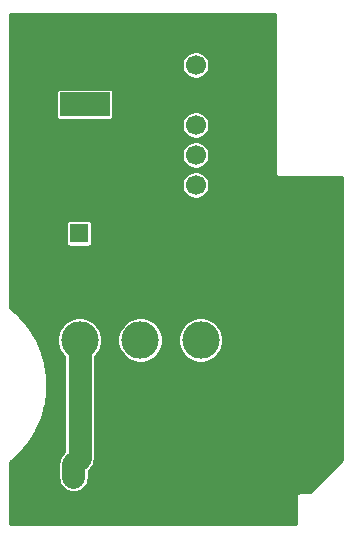
<source format=gbl>
G04 #@! TF.GenerationSoftware,KiCad,Pcbnew,5.1.6*
G04 #@! TF.CreationDate,2020-09-08T19:35:49+02:00*
G04 #@! TF.ProjectId,a500_pwr,61353030-5f70-4777-922e-6b696361645f,rev?*
G04 #@! TF.SameCoordinates,Original*
G04 #@! TF.FileFunction,Copper,L2,Bot*
G04 #@! TF.FilePolarity,Positive*
%FSLAX46Y46*%
G04 Gerber Fmt 4.6, Leading zero omitted, Abs format (unit mm)*
G04 Created by KiCad (PCBNEW 5.1.6) date 2020-09-08 19:35:49*
%MOMM*%
%LPD*%
G01*
G04 APERTURE LIST*
G04 #@! TA.AperFunction,ComponentPad*
%ADD10R,2.000000X4.200000*%
G04 #@! TD*
G04 #@! TA.AperFunction,ComponentPad*
%ADD11R,4.200000X2.000000*%
G04 #@! TD*
G04 #@! TA.AperFunction,ComponentPad*
%ADD12C,1.700000*%
G04 #@! TD*
G04 #@! TA.AperFunction,ComponentPad*
%ADD13C,1.600000*%
G04 #@! TD*
G04 #@! TA.AperFunction,ComponentPad*
%ADD14R,1.600000X1.600000*%
G04 #@! TD*
G04 #@! TA.AperFunction,ComponentPad*
%ADD15R,2.286000X2.286000*%
G04 #@! TD*
G04 #@! TA.AperFunction,ComponentPad*
%ADD16C,3.175000*%
G04 #@! TD*
G04 #@! TA.AperFunction,ViaPad*
%ADD17C,0.800000*%
G04 #@! TD*
G04 #@! TA.AperFunction,ViaPad*
%ADD18C,1.200000*%
G04 #@! TD*
G04 #@! TA.AperFunction,Conductor*
%ADD19C,1.905000*%
G04 #@! TD*
G04 #@! TA.AperFunction,Conductor*
%ADD20C,0.254000*%
G04 #@! TD*
G04 APERTURE END LIST*
D10*
X57500000Y-113592600D03*
D11*
X62200000Y-116592600D03*
X62200000Y-110592600D03*
D12*
X71600000Y-123420000D03*
X71600000Y-120880000D03*
X71600000Y-118340000D03*
X71600000Y-113260000D03*
D13*
X58222000Y-127508000D03*
D14*
X61722000Y-127508000D03*
D15*
X69037000Y-112141000D03*
X66548000Y-112141000D03*
X64059000Y-112141000D03*
D16*
X77164000Y-136550400D03*
X72034000Y-136550400D03*
X66904000Y-136550400D03*
X61774000Y-136550400D03*
D17*
X81559400Y-129133600D03*
X83337400Y-129133600D03*
X68910200Y-144322800D03*
X68910200Y-146608800D03*
X71196200Y-146591866D03*
X71196200Y-144288933D03*
X71196200Y-141986000D03*
X71196200Y-148894800D03*
D18*
X58267600Y-148818600D03*
D17*
X76682600Y-115570000D03*
X76682600Y-112014000D03*
X73202800Y-115570000D03*
X76682600Y-113792000D03*
X66598800Y-118618000D03*
X57505600Y-118719600D03*
X57505600Y-110490000D03*
X83489800Y-131318000D03*
X77724000Y-121564400D03*
X65125600Y-129082800D03*
X65125600Y-127000000D03*
X65125600Y-124917200D03*
D18*
X61264800Y-147066000D03*
X61264800Y-148361400D03*
D19*
X61774000Y-136550400D02*
X61774000Y-146556800D01*
X61774000Y-146556800D02*
X61264800Y-147066000D01*
X61264800Y-147066000D02*
X61264800Y-148158200D01*
D20*
G36*
X78308600Y-122413054D02*
G01*
X78307128Y-122428000D01*
X78313005Y-122487673D01*
X78330411Y-122545052D01*
X78358677Y-122597933D01*
X78396716Y-122644284D01*
X78443067Y-122682323D01*
X78495948Y-122710589D01*
X78553327Y-122727995D01*
X78613000Y-122733872D01*
X78627946Y-122732400D01*
X84023600Y-122732400D01*
X84023601Y-146685913D01*
X81255515Y-149454000D01*
X80380546Y-149454000D01*
X80365600Y-149452528D01*
X80350654Y-149454000D01*
X80305927Y-149458405D01*
X80248548Y-149475811D01*
X80195667Y-149504077D01*
X80149316Y-149542116D01*
X80111277Y-149588467D01*
X80083011Y-149641348D01*
X80065605Y-149698727D01*
X80059728Y-149758400D01*
X80061201Y-149773356D01*
X80061200Y-152095600D01*
X55879600Y-152095600D01*
X55879600Y-146860548D01*
X55881743Y-146858989D01*
X55888961Y-146852718D01*
X56726642Y-146101550D01*
X56738277Y-146089530D01*
X56750284Y-146077880D01*
X56756547Y-146070654D01*
X57480030Y-145208949D01*
X57489853Y-145195412D01*
X57500101Y-145182185D01*
X57505283Y-145174149D01*
X58100133Y-144219101D01*
X58107953Y-144204310D01*
X58116233Y-144189775D01*
X58120231Y-144181089D01*
X58574579Y-143151753D01*
X58580237Y-143136007D01*
X58586386Y-143120452D01*
X58589120Y-143111289D01*
X58893901Y-142028204D01*
X58897285Y-142011816D01*
X58901179Y-141995552D01*
X58902595Y-141986096D01*
X59051728Y-140870873D01*
X59052768Y-140854187D01*
X59054334Y-140837520D01*
X59054403Y-140827958D01*
X59044911Y-139702848D01*
X59043589Y-139686173D01*
X59042791Y-139669461D01*
X59041513Y-139659985D01*
X58873586Y-138547436D01*
X58869929Y-138531124D01*
X58866783Y-138514680D01*
X58864181Y-138505479D01*
X58541171Y-137427691D01*
X58535242Y-137412029D01*
X58529820Y-137396222D01*
X58525949Y-137387478D01*
X58054300Y-136365955D01*
X58052034Y-136361838D01*
X59859500Y-136361838D01*
X59859500Y-136738962D01*
X59933074Y-137108839D01*
X60077393Y-137457256D01*
X60286911Y-137770822D01*
X60494500Y-137978411D01*
X60494501Y-146026813D01*
X60404498Y-146116816D01*
X60355680Y-146156880D01*
X60315618Y-146205696D01*
X60315616Y-146205698D01*
X60220051Y-146322145D01*
X60195788Y-146351710D01*
X60076977Y-146573989D01*
X60003814Y-146815175D01*
X59985300Y-147003152D01*
X59985300Y-147003162D01*
X59979111Y-147066000D01*
X59985300Y-147128838D01*
X59985300Y-148221049D01*
X60003814Y-148409026D01*
X60076977Y-148650212D01*
X60195788Y-148872491D01*
X60355681Y-149067320D01*
X60550510Y-149227212D01*
X60772789Y-149346023D01*
X61013975Y-149419186D01*
X61264800Y-149443890D01*
X61515626Y-149419186D01*
X61756812Y-149346023D01*
X61979091Y-149227212D01*
X62173920Y-149067320D01*
X62333812Y-148872491D01*
X62452623Y-148650212D01*
X62525786Y-148409026D01*
X62544300Y-148221049D01*
X62544300Y-147595985D01*
X62634298Y-147505987D01*
X62683120Y-147465920D01*
X62843012Y-147271091D01*
X62937355Y-147094589D01*
X62961823Y-147048813D01*
X62982110Y-146981934D01*
X63034986Y-146807626D01*
X63053500Y-146619649D01*
X63053500Y-146619646D01*
X63059690Y-146556800D01*
X63053500Y-146493954D01*
X63053500Y-137978411D01*
X63261089Y-137770822D01*
X63470607Y-137457256D01*
X63614926Y-137108839D01*
X63688500Y-136738962D01*
X63688500Y-136361838D01*
X64989500Y-136361838D01*
X64989500Y-136738962D01*
X65063074Y-137108839D01*
X65207393Y-137457256D01*
X65416911Y-137770822D01*
X65683578Y-138037489D01*
X65997144Y-138247007D01*
X66345561Y-138391326D01*
X66715438Y-138464900D01*
X67092562Y-138464900D01*
X67462439Y-138391326D01*
X67810856Y-138247007D01*
X68124422Y-138037489D01*
X68391089Y-137770822D01*
X68600607Y-137457256D01*
X68744926Y-137108839D01*
X68818500Y-136738962D01*
X68818500Y-136361838D01*
X70119500Y-136361838D01*
X70119500Y-136738962D01*
X70193074Y-137108839D01*
X70337393Y-137457256D01*
X70546911Y-137770822D01*
X70813578Y-138037489D01*
X71127144Y-138247007D01*
X71475561Y-138391326D01*
X71845438Y-138464900D01*
X72222562Y-138464900D01*
X72592439Y-138391326D01*
X72940856Y-138247007D01*
X73254422Y-138037489D01*
X73521089Y-137770822D01*
X73730607Y-137457256D01*
X73874926Y-137108839D01*
X73948500Y-136738962D01*
X73948500Y-136361838D01*
X73874926Y-135991961D01*
X73730607Y-135643544D01*
X73521089Y-135329978D01*
X73254422Y-135063311D01*
X72940856Y-134853793D01*
X72592439Y-134709474D01*
X72222562Y-134635900D01*
X71845438Y-134635900D01*
X71475561Y-134709474D01*
X71127144Y-134853793D01*
X70813578Y-135063311D01*
X70546911Y-135329978D01*
X70337393Y-135643544D01*
X70193074Y-135991961D01*
X70119500Y-136361838D01*
X68818500Y-136361838D01*
X68744926Y-135991961D01*
X68600607Y-135643544D01*
X68391089Y-135329978D01*
X68124422Y-135063311D01*
X67810856Y-134853793D01*
X67462439Y-134709474D01*
X67092562Y-134635900D01*
X66715438Y-134635900D01*
X66345561Y-134709474D01*
X65997144Y-134853793D01*
X65683578Y-135063311D01*
X65416911Y-135329978D01*
X65207393Y-135643544D01*
X65063074Y-135991961D01*
X64989500Y-136361838D01*
X63688500Y-136361838D01*
X63614926Y-135991961D01*
X63470607Y-135643544D01*
X63261089Y-135329978D01*
X62994422Y-135063311D01*
X62680856Y-134853793D01*
X62332439Y-134709474D01*
X61962562Y-134635900D01*
X61585438Y-134635900D01*
X61215561Y-134709474D01*
X60867144Y-134853793D01*
X60553578Y-135063311D01*
X60286911Y-135329978D01*
X60077393Y-135643544D01*
X59933074Y-135991961D01*
X59859500Y-136361838D01*
X58052034Y-136361838D01*
X58046228Y-136351293D01*
X58038628Y-136336399D01*
X58033563Y-136328288D01*
X57422684Y-135383412D01*
X57412639Y-135370049D01*
X57403005Y-135356358D01*
X57396848Y-135349042D01*
X56658930Y-134499666D01*
X56647092Y-134487843D01*
X56635635Y-134475656D01*
X56628508Y-134469280D01*
X55883258Y-133823345D01*
X55880974Y-126708000D01*
X60593418Y-126708000D01*
X60593418Y-128308000D01*
X60599732Y-128372103D01*
X60618430Y-128433743D01*
X60648794Y-128490550D01*
X60689657Y-128540343D01*
X60739450Y-128581206D01*
X60796257Y-128611570D01*
X60857897Y-128630268D01*
X60922000Y-128636582D01*
X62522000Y-128636582D01*
X62586103Y-128630268D01*
X62647743Y-128611570D01*
X62704550Y-128581206D01*
X62754343Y-128540343D01*
X62795206Y-128490550D01*
X62825570Y-128433743D01*
X62844268Y-128372103D01*
X62850582Y-128308000D01*
X62850582Y-126708000D01*
X62844268Y-126643897D01*
X62825570Y-126582257D01*
X62795206Y-126525450D01*
X62754343Y-126475657D01*
X62704550Y-126434794D01*
X62647743Y-126404430D01*
X62586103Y-126385732D01*
X62522000Y-126379418D01*
X60922000Y-126379418D01*
X60857897Y-126385732D01*
X60796257Y-126404430D01*
X60739450Y-126434794D01*
X60689657Y-126475657D01*
X60648794Y-126525450D01*
X60618430Y-126582257D01*
X60599732Y-126643897D01*
X60593418Y-126708000D01*
X55880974Y-126708000D01*
X55879882Y-123304076D01*
X70423000Y-123304076D01*
X70423000Y-123535924D01*
X70468231Y-123763318D01*
X70556956Y-123977519D01*
X70685764Y-124170294D01*
X70849706Y-124334236D01*
X71042481Y-124463044D01*
X71256682Y-124551769D01*
X71484076Y-124597000D01*
X71715924Y-124597000D01*
X71943318Y-124551769D01*
X72157519Y-124463044D01*
X72350294Y-124334236D01*
X72514236Y-124170294D01*
X72643044Y-123977519D01*
X72731769Y-123763318D01*
X72777000Y-123535924D01*
X72777000Y-123304076D01*
X72731769Y-123076682D01*
X72643044Y-122862481D01*
X72514236Y-122669706D01*
X72350294Y-122505764D01*
X72157519Y-122376956D01*
X71943318Y-122288231D01*
X71715924Y-122243000D01*
X71484076Y-122243000D01*
X71256682Y-122288231D01*
X71042481Y-122376956D01*
X70849706Y-122505764D01*
X70685764Y-122669706D01*
X70556956Y-122862481D01*
X70468231Y-123076682D01*
X70423000Y-123304076D01*
X55879882Y-123304076D01*
X55879600Y-122428000D01*
X55879600Y-120764076D01*
X70423000Y-120764076D01*
X70423000Y-120995924D01*
X70468231Y-121223318D01*
X70556956Y-121437519D01*
X70685764Y-121630294D01*
X70849706Y-121794236D01*
X71042481Y-121923044D01*
X71256682Y-122011769D01*
X71484076Y-122057000D01*
X71715924Y-122057000D01*
X71943318Y-122011769D01*
X72157519Y-121923044D01*
X72350294Y-121794236D01*
X72514236Y-121630294D01*
X72643044Y-121437519D01*
X72731769Y-121223318D01*
X72777000Y-120995924D01*
X72777000Y-120764076D01*
X72731769Y-120536682D01*
X72643044Y-120322481D01*
X72514236Y-120129706D01*
X72350294Y-119965764D01*
X72157519Y-119836956D01*
X71943318Y-119748231D01*
X71715924Y-119703000D01*
X71484076Y-119703000D01*
X71256682Y-119748231D01*
X71042481Y-119836956D01*
X70849706Y-119965764D01*
X70685764Y-120129706D01*
X70556956Y-120322481D01*
X70468231Y-120536682D01*
X70423000Y-120764076D01*
X55879600Y-120764076D01*
X55879600Y-118224076D01*
X70423000Y-118224076D01*
X70423000Y-118455924D01*
X70468231Y-118683318D01*
X70556956Y-118897519D01*
X70685764Y-119090294D01*
X70849706Y-119254236D01*
X71042481Y-119383044D01*
X71256682Y-119471769D01*
X71484076Y-119517000D01*
X71715924Y-119517000D01*
X71943318Y-119471769D01*
X72157519Y-119383044D01*
X72350294Y-119254236D01*
X72514236Y-119090294D01*
X72643044Y-118897519D01*
X72731769Y-118683318D01*
X72777000Y-118455924D01*
X72777000Y-118224076D01*
X72731769Y-117996682D01*
X72643044Y-117782481D01*
X72514236Y-117589706D01*
X72350294Y-117425764D01*
X72157519Y-117296956D01*
X71943318Y-117208231D01*
X71715924Y-117163000D01*
X71484076Y-117163000D01*
X71256682Y-117208231D01*
X71042481Y-117296956D01*
X70849706Y-117425764D01*
X70685764Y-117589706D01*
X70556956Y-117782481D01*
X70468231Y-117996682D01*
X70423000Y-118224076D01*
X55879600Y-118224076D01*
X55879600Y-115592600D01*
X59771418Y-115592600D01*
X59771418Y-117592600D01*
X59777732Y-117656703D01*
X59796430Y-117718343D01*
X59826794Y-117775150D01*
X59867657Y-117824943D01*
X59917450Y-117865806D01*
X59974257Y-117896170D01*
X60035897Y-117914868D01*
X60100000Y-117921182D01*
X64300000Y-117921182D01*
X64364103Y-117914868D01*
X64425743Y-117896170D01*
X64482550Y-117865806D01*
X64532343Y-117824943D01*
X64573206Y-117775150D01*
X64603570Y-117718343D01*
X64622268Y-117656703D01*
X64628582Y-117592600D01*
X64628582Y-115592600D01*
X64622268Y-115528497D01*
X64603570Y-115466857D01*
X64573206Y-115410050D01*
X64532343Y-115360257D01*
X64482550Y-115319394D01*
X64425743Y-115289030D01*
X64364103Y-115270332D01*
X64300000Y-115264018D01*
X60100000Y-115264018D01*
X60035897Y-115270332D01*
X59974257Y-115289030D01*
X59917450Y-115319394D01*
X59867657Y-115360257D01*
X59826794Y-115410050D01*
X59796430Y-115466857D01*
X59777732Y-115528497D01*
X59771418Y-115592600D01*
X55879600Y-115592600D01*
X55879600Y-113144076D01*
X70423000Y-113144076D01*
X70423000Y-113375924D01*
X70468231Y-113603318D01*
X70556956Y-113817519D01*
X70685764Y-114010294D01*
X70849706Y-114174236D01*
X71042481Y-114303044D01*
X71256682Y-114391769D01*
X71484076Y-114437000D01*
X71715924Y-114437000D01*
X71943318Y-114391769D01*
X72157519Y-114303044D01*
X72350294Y-114174236D01*
X72514236Y-114010294D01*
X72643044Y-113817519D01*
X72731769Y-113603318D01*
X72777000Y-113375924D01*
X72777000Y-113144076D01*
X72731769Y-112916682D01*
X72643044Y-112702481D01*
X72514236Y-112509706D01*
X72350294Y-112345764D01*
X72157519Y-112216956D01*
X71943318Y-112128231D01*
X71715924Y-112083000D01*
X71484076Y-112083000D01*
X71256682Y-112128231D01*
X71042481Y-112216956D01*
X70849706Y-112345764D01*
X70685764Y-112509706D01*
X70556956Y-112702481D01*
X70468231Y-112916682D01*
X70423000Y-113144076D01*
X55879600Y-113144076D01*
X55879600Y-108914800D01*
X78308601Y-108914800D01*
X78308600Y-122413054D01*
G37*
X78308600Y-122413054D02*
X78307128Y-122428000D01*
X78313005Y-122487673D01*
X78330411Y-122545052D01*
X78358677Y-122597933D01*
X78396716Y-122644284D01*
X78443067Y-122682323D01*
X78495948Y-122710589D01*
X78553327Y-122727995D01*
X78613000Y-122733872D01*
X78627946Y-122732400D01*
X84023600Y-122732400D01*
X84023601Y-146685913D01*
X81255515Y-149454000D01*
X80380546Y-149454000D01*
X80365600Y-149452528D01*
X80350654Y-149454000D01*
X80305927Y-149458405D01*
X80248548Y-149475811D01*
X80195667Y-149504077D01*
X80149316Y-149542116D01*
X80111277Y-149588467D01*
X80083011Y-149641348D01*
X80065605Y-149698727D01*
X80059728Y-149758400D01*
X80061201Y-149773356D01*
X80061200Y-152095600D01*
X55879600Y-152095600D01*
X55879600Y-146860548D01*
X55881743Y-146858989D01*
X55888961Y-146852718D01*
X56726642Y-146101550D01*
X56738277Y-146089530D01*
X56750284Y-146077880D01*
X56756547Y-146070654D01*
X57480030Y-145208949D01*
X57489853Y-145195412D01*
X57500101Y-145182185D01*
X57505283Y-145174149D01*
X58100133Y-144219101D01*
X58107953Y-144204310D01*
X58116233Y-144189775D01*
X58120231Y-144181089D01*
X58574579Y-143151753D01*
X58580237Y-143136007D01*
X58586386Y-143120452D01*
X58589120Y-143111289D01*
X58893901Y-142028204D01*
X58897285Y-142011816D01*
X58901179Y-141995552D01*
X58902595Y-141986096D01*
X59051728Y-140870873D01*
X59052768Y-140854187D01*
X59054334Y-140837520D01*
X59054403Y-140827958D01*
X59044911Y-139702848D01*
X59043589Y-139686173D01*
X59042791Y-139669461D01*
X59041513Y-139659985D01*
X58873586Y-138547436D01*
X58869929Y-138531124D01*
X58866783Y-138514680D01*
X58864181Y-138505479D01*
X58541171Y-137427691D01*
X58535242Y-137412029D01*
X58529820Y-137396222D01*
X58525949Y-137387478D01*
X58054300Y-136365955D01*
X58052034Y-136361838D01*
X59859500Y-136361838D01*
X59859500Y-136738962D01*
X59933074Y-137108839D01*
X60077393Y-137457256D01*
X60286911Y-137770822D01*
X60494500Y-137978411D01*
X60494501Y-146026813D01*
X60404498Y-146116816D01*
X60355680Y-146156880D01*
X60315618Y-146205696D01*
X60315616Y-146205698D01*
X60220051Y-146322145D01*
X60195788Y-146351710D01*
X60076977Y-146573989D01*
X60003814Y-146815175D01*
X59985300Y-147003152D01*
X59985300Y-147003162D01*
X59979111Y-147066000D01*
X59985300Y-147128838D01*
X59985300Y-148221049D01*
X60003814Y-148409026D01*
X60076977Y-148650212D01*
X60195788Y-148872491D01*
X60355681Y-149067320D01*
X60550510Y-149227212D01*
X60772789Y-149346023D01*
X61013975Y-149419186D01*
X61264800Y-149443890D01*
X61515626Y-149419186D01*
X61756812Y-149346023D01*
X61979091Y-149227212D01*
X62173920Y-149067320D01*
X62333812Y-148872491D01*
X62452623Y-148650212D01*
X62525786Y-148409026D01*
X62544300Y-148221049D01*
X62544300Y-147595985D01*
X62634298Y-147505987D01*
X62683120Y-147465920D01*
X62843012Y-147271091D01*
X62937355Y-147094589D01*
X62961823Y-147048813D01*
X62982110Y-146981934D01*
X63034986Y-146807626D01*
X63053500Y-146619649D01*
X63053500Y-146619646D01*
X63059690Y-146556800D01*
X63053500Y-146493954D01*
X63053500Y-137978411D01*
X63261089Y-137770822D01*
X63470607Y-137457256D01*
X63614926Y-137108839D01*
X63688500Y-136738962D01*
X63688500Y-136361838D01*
X64989500Y-136361838D01*
X64989500Y-136738962D01*
X65063074Y-137108839D01*
X65207393Y-137457256D01*
X65416911Y-137770822D01*
X65683578Y-138037489D01*
X65997144Y-138247007D01*
X66345561Y-138391326D01*
X66715438Y-138464900D01*
X67092562Y-138464900D01*
X67462439Y-138391326D01*
X67810856Y-138247007D01*
X68124422Y-138037489D01*
X68391089Y-137770822D01*
X68600607Y-137457256D01*
X68744926Y-137108839D01*
X68818500Y-136738962D01*
X68818500Y-136361838D01*
X70119500Y-136361838D01*
X70119500Y-136738962D01*
X70193074Y-137108839D01*
X70337393Y-137457256D01*
X70546911Y-137770822D01*
X70813578Y-138037489D01*
X71127144Y-138247007D01*
X71475561Y-138391326D01*
X71845438Y-138464900D01*
X72222562Y-138464900D01*
X72592439Y-138391326D01*
X72940856Y-138247007D01*
X73254422Y-138037489D01*
X73521089Y-137770822D01*
X73730607Y-137457256D01*
X73874926Y-137108839D01*
X73948500Y-136738962D01*
X73948500Y-136361838D01*
X73874926Y-135991961D01*
X73730607Y-135643544D01*
X73521089Y-135329978D01*
X73254422Y-135063311D01*
X72940856Y-134853793D01*
X72592439Y-134709474D01*
X72222562Y-134635900D01*
X71845438Y-134635900D01*
X71475561Y-134709474D01*
X71127144Y-134853793D01*
X70813578Y-135063311D01*
X70546911Y-135329978D01*
X70337393Y-135643544D01*
X70193074Y-135991961D01*
X70119500Y-136361838D01*
X68818500Y-136361838D01*
X68744926Y-135991961D01*
X68600607Y-135643544D01*
X68391089Y-135329978D01*
X68124422Y-135063311D01*
X67810856Y-134853793D01*
X67462439Y-134709474D01*
X67092562Y-134635900D01*
X66715438Y-134635900D01*
X66345561Y-134709474D01*
X65997144Y-134853793D01*
X65683578Y-135063311D01*
X65416911Y-135329978D01*
X65207393Y-135643544D01*
X65063074Y-135991961D01*
X64989500Y-136361838D01*
X63688500Y-136361838D01*
X63614926Y-135991961D01*
X63470607Y-135643544D01*
X63261089Y-135329978D01*
X62994422Y-135063311D01*
X62680856Y-134853793D01*
X62332439Y-134709474D01*
X61962562Y-134635900D01*
X61585438Y-134635900D01*
X61215561Y-134709474D01*
X60867144Y-134853793D01*
X60553578Y-135063311D01*
X60286911Y-135329978D01*
X60077393Y-135643544D01*
X59933074Y-135991961D01*
X59859500Y-136361838D01*
X58052034Y-136361838D01*
X58046228Y-136351293D01*
X58038628Y-136336399D01*
X58033563Y-136328288D01*
X57422684Y-135383412D01*
X57412639Y-135370049D01*
X57403005Y-135356358D01*
X57396848Y-135349042D01*
X56658930Y-134499666D01*
X56647092Y-134487843D01*
X56635635Y-134475656D01*
X56628508Y-134469280D01*
X55883258Y-133823345D01*
X55880974Y-126708000D01*
X60593418Y-126708000D01*
X60593418Y-128308000D01*
X60599732Y-128372103D01*
X60618430Y-128433743D01*
X60648794Y-128490550D01*
X60689657Y-128540343D01*
X60739450Y-128581206D01*
X60796257Y-128611570D01*
X60857897Y-128630268D01*
X60922000Y-128636582D01*
X62522000Y-128636582D01*
X62586103Y-128630268D01*
X62647743Y-128611570D01*
X62704550Y-128581206D01*
X62754343Y-128540343D01*
X62795206Y-128490550D01*
X62825570Y-128433743D01*
X62844268Y-128372103D01*
X62850582Y-128308000D01*
X62850582Y-126708000D01*
X62844268Y-126643897D01*
X62825570Y-126582257D01*
X62795206Y-126525450D01*
X62754343Y-126475657D01*
X62704550Y-126434794D01*
X62647743Y-126404430D01*
X62586103Y-126385732D01*
X62522000Y-126379418D01*
X60922000Y-126379418D01*
X60857897Y-126385732D01*
X60796257Y-126404430D01*
X60739450Y-126434794D01*
X60689657Y-126475657D01*
X60648794Y-126525450D01*
X60618430Y-126582257D01*
X60599732Y-126643897D01*
X60593418Y-126708000D01*
X55880974Y-126708000D01*
X55879882Y-123304076D01*
X70423000Y-123304076D01*
X70423000Y-123535924D01*
X70468231Y-123763318D01*
X70556956Y-123977519D01*
X70685764Y-124170294D01*
X70849706Y-124334236D01*
X71042481Y-124463044D01*
X71256682Y-124551769D01*
X71484076Y-124597000D01*
X71715924Y-124597000D01*
X71943318Y-124551769D01*
X72157519Y-124463044D01*
X72350294Y-124334236D01*
X72514236Y-124170294D01*
X72643044Y-123977519D01*
X72731769Y-123763318D01*
X72777000Y-123535924D01*
X72777000Y-123304076D01*
X72731769Y-123076682D01*
X72643044Y-122862481D01*
X72514236Y-122669706D01*
X72350294Y-122505764D01*
X72157519Y-122376956D01*
X71943318Y-122288231D01*
X71715924Y-122243000D01*
X71484076Y-122243000D01*
X71256682Y-122288231D01*
X71042481Y-122376956D01*
X70849706Y-122505764D01*
X70685764Y-122669706D01*
X70556956Y-122862481D01*
X70468231Y-123076682D01*
X70423000Y-123304076D01*
X55879882Y-123304076D01*
X55879600Y-122428000D01*
X55879600Y-120764076D01*
X70423000Y-120764076D01*
X70423000Y-120995924D01*
X70468231Y-121223318D01*
X70556956Y-121437519D01*
X70685764Y-121630294D01*
X70849706Y-121794236D01*
X71042481Y-121923044D01*
X71256682Y-122011769D01*
X71484076Y-122057000D01*
X71715924Y-122057000D01*
X71943318Y-122011769D01*
X72157519Y-121923044D01*
X72350294Y-121794236D01*
X72514236Y-121630294D01*
X72643044Y-121437519D01*
X72731769Y-121223318D01*
X72777000Y-120995924D01*
X72777000Y-120764076D01*
X72731769Y-120536682D01*
X72643044Y-120322481D01*
X72514236Y-120129706D01*
X72350294Y-119965764D01*
X72157519Y-119836956D01*
X71943318Y-119748231D01*
X71715924Y-119703000D01*
X71484076Y-119703000D01*
X71256682Y-119748231D01*
X71042481Y-119836956D01*
X70849706Y-119965764D01*
X70685764Y-120129706D01*
X70556956Y-120322481D01*
X70468231Y-120536682D01*
X70423000Y-120764076D01*
X55879600Y-120764076D01*
X55879600Y-118224076D01*
X70423000Y-118224076D01*
X70423000Y-118455924D01*
X70468231Y-118683318D01*
X70556956Y-118897519D01*
X70685764Y-119090294D01*
X70849706Y-119254236D01*
X71042481Y-119383044D01*
X71256682Y-119471769D01*
X71484076Y-119517000D01*
X71715924Y-119517000D01*
X71943318Y-119471769D01*
X72157519Y-119383044D01*
X72350294Y-119254236D01*
X72514236Y-119090294D01*
X72643044Y-118897519D01*
X72731769Y-118683318D01*
X72777000Y-118455924D01*
X72777000Y-118224076D01*
X72731769Y-117996682D01*
X72643044Y-117782481D01*
X72514236Y-117589706D01*
X72350294Y-117425764D01*
X72157519Y-117296956D01*
X71943318Y-117208231D01*
X71715924Y-117163000D01*
X71484076Y-117163000D01*
X71256682Y-117208231D01*
X71042481Y-117296956D01*
X70849706Y-117425764D01*
X70685764Y-117589706D01*
X70556956Y-117782481D01*
X70468231Y-117996682D01*
X70423000Y-118224076D01*
X55879600Y-118224076D01*
X55879600Y-115592600D01*
X59771418Y-115592600D01*
X59771418Y-117592600D01*
X59777732Y-117656703D01*
X59796430Y-117718343D01*
X59826794Y-117775150D01*
X59867657Y-117824943D01*
X59917450Y-117865806D01*
X59974257Y-117896170D01*
X60035897Y-117914868D01*
X60100000Y-117921182D01*
X64300000Y-117921182D01*
X64364103Y-117914868D01*
X64425743Y-117896170D01*
X64482550Y-117865806D01*
X64532343Y-117824943D01*
X64573206Y-117775150D01*
X64603570Y-117718343D01*
X64622268Y-117656703D01*
X64628582Y-117592600D01*
X64628582Y-115592600D01*
X64622268Y-115528497D01*
X64603570Y-115466857D01*
X64573206Y-115410050D01*
X64532343Y-115360257D01*
X64482550Y-115319394D01*
X64425743Y-115289030D01*
X64364103Y-115270332D01*
X64300000Y-115264018D01*
X60100000Y-115264018D01*
X60035897Y-115270332D01*
X59974257Y-115289030D01*
X59917450Y-115319394D01*
X59867657Y-115360257D01*
X59826794Y-115410050D01*
X59796430Y-115466857D01*
X59777732Y-115528497D01*
X59771418Y-115592600D01*
X55879600Y-115592600D01*
X55879600Y-113144076D01*
X70423000Y-113144076D01*
X70423000Y-113375924D01*
X70468231Y-113603318D01*
X70556956Y-113817519D01*
X70685764Y-114010294D01*
X70849706Y-114174236D01*
X71042481Y-114303044D01*
X71256682Y-114391769D01*
X71484076Y-114437000D01*
X71715924Y-114437000D01*
X71943318Y-114391769D01*
X72157519Y-114303044D01*
X72350294Y-114174236D01*
X72514236Y-114010294D01*
X72643044Y-113817519D01*
X72731769Y-113603318D01*
X72777000Y-113375924D01*
X72777000Y-113144076D01*
X72731769Y-112916682D01*
X72643044Y-112702481D01*
X72514236Y-112509706D01*
X72350294Y-112345764D01*
X72157519Y-112216956D01*
X71943318Y-112128231D01*
X71715924Y-112083000D01*
X71484076Y-112083000D01*
X71256682Y-112128231D01*
X71042481Y-112216956D01*
X70849706Y-112345764D01*
X70685764Y-112509706D01*
X70556956Y-112702481D01*
X70468231Y-112916682D01*
X70423000Y-113144076D01*
X55879600Y-113144076D01*
X55879600Y-108914800D01*
X78308601Y-108914800D01*
X78308600Y-122413054D01*
M02*

</source>
